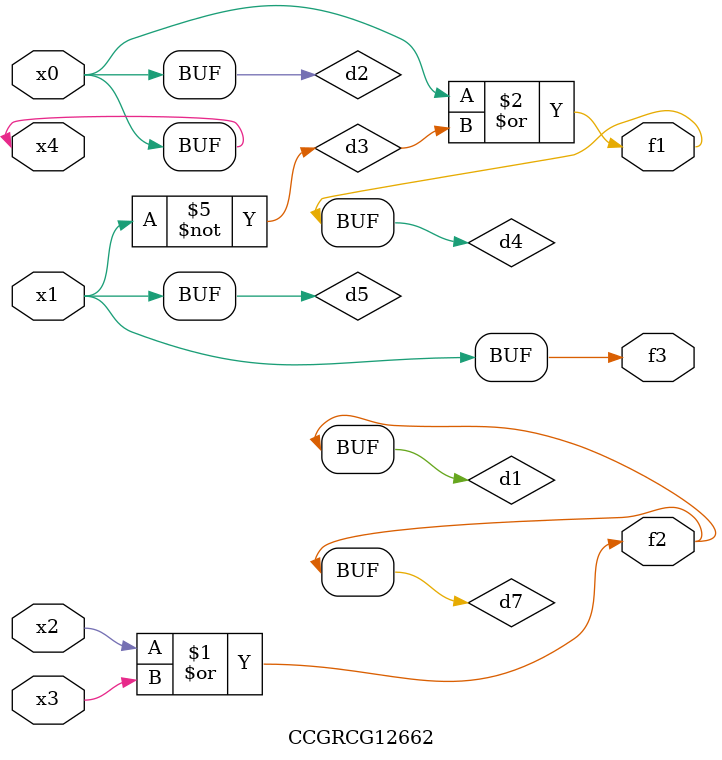
<source format=v>
module CCGRCG12662(
	input x0, x1, x2, x3, x4,
	output f1, f2, f3
);

	wire d1, d2, d3, d4, d5, d6, d7;

	or (d1, x2, x3);
	buf (d2, x0, x4);
	not (d3, x1);
	or (d4, d2, d3);
	not (d5, d3);
	nand (d6, d1, d3);
	or (d7, d1);
	assign f1 = d4;
	assign f2 = d7;
	assign f3 = d5;
endmodule

</source>
